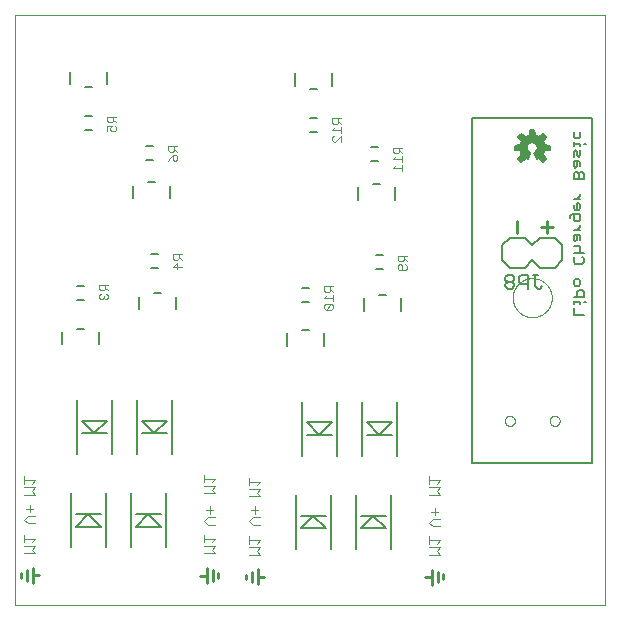
<source format=gbo>
G75*
%MOIN*%
%OFA0B0*%
%FSLAX25Y25*%
%IPPOS*%
%LPD*%
%AMOC8*
5,1,8,0,0,1.08239X$1,22.5*
%
%ADD10C,0.00004*%
%ADD11C,0.00300*%
%ADD12C,0.01000*%
%ADD13C,0.00800*%
%ADD14C,0.01100*%
%ADD15C,0.00600*%
%ADD16C,0.00000*%
%ADD17C,0.00500*%
%ADD18C,0.00591*%
D10*
X0001500Y0052494D02*
X0001500Y0249344D01*
X0198350Y0249344D01*
X0198350Y0052494D01*
X0001500Y0052494D01*
D11*
X0004650Y0069778D02*
X0008353Y0069778D01*
X0007119Y0071012D01*
X0008353Y0072247D01*
X0004650Y0072247D01*
X0004650Y0073461D02*
X0004650Y0075930D01*
X0004650Y0074695D02*
X0008353Y0074695D01*
X0007119Y0073461D01*
X0008353Y0079778D02*
X0005884Y0079778D01*
X0004650Y0081012D01*
X0005884Y0082247D01*
X0008353Y0082247D01*
X0006502Y0083461D02*
X0006502Y0085930D01*
X0007736Y0084695D02*
X0005267Y0084695D01*
X0004650Y0089278D02*
X0008353Y0089278D01*
X0007119Y0090512D01*
X0008353Y0091747D01*
X0004650Y0091747D01*
X0004650Y0092961D02*
X0004650Y0095430D01*
X0004650Y0094195D02*
X0008353Y0094195D01*
X0007119Y0092961D01*
X0030118Y0154463D02*
X0029635Y0154946D01*
X0029635Y0155914D01*
X0030118Y0156398D01*
X0030118Y0157409D02*
X0029635Y0157893D01*
X0029635Y0159344D01*
X0032537Y0159344D01*
X0031570Y0159344D02*
X0031570Y0157893D01*
X0031086Y0157409D01*
X0030118Y0157409D01*
X0031570Y0158377D02*
X0032537Y0157409D01*
X0032053Y0156398D02*
X0032537Y0155914D01*
X0032537Y0154946D01*
X0032053Y0154463D01*
X0031570Y0154463D01*
X0031086Y0154946D01*
X0031086Y0155430D01*
X0031086Y0154946D02*
X0030602Y0154463D01*
X0030118Y0154463D01*
X0054209Y0165146D02*
X0055660Y0166598D01*
X0055660Y0164663D01*
X0057111Y0165146D02*
X0054209Y0165146D01*
X0054692Y0167609D02*
X0055660Y0167609D01*
X0056144Y0168093D01*
X0056144Y0169544D01*
X0057111Y0169544D02*
X0054209Y0169544D01*
X0054209Y0168093D01*
X0054692Y0167609D01*
X0056144Y0168577D02*
X0057111Y0167609D01*
X0055127Y0200663D02*
X0054644Y0200663D01*
X0054160Y0201146D01*
X0054160Y0202598D01*
X0055127Y0202598D01*
X0055611Y0202114D01*
X0055611Y0201146D01*
X0055127Y0200663D01*
X0053192Y0201630D02*
X0054160Y0202598D01*
X0054160Y0203609D02*
X0053192Y0203609D01*
X0052709Y0204093D01*
X0052709Y0205544D01*
X0055611Y0205544D01*
X0054644Y0205544D02*
X0054644Y0204093D01*
X0054160Y0203609D01*
X0054644Y0204577D02*
X0055611Y0203609D01*
X0053192Y0201630D02*
X0052709Y0200663D01*
X0035289Y0210946D02*
X0034805Y0210463D01*
X0033838Y0210463D01*
X0033354Y0210946D01*
X0033354Y0211430D01*
X0033838Y0212398D01*
X0032387Y0212398D01*
X0032387Y0210463D01*
X0035289Y0210946D02*
X0035289Y0211914D01*
X0034805Y0212398D01*
X0035289Y0213409D02*
X0034321Y0214377D01*
X0034321Y0213893D02*
X0034321Y0215344D01*
X0035289Y0215344D02*
X0032387Y0215344D01*
X0032387Y0213893D01*
X0032870Y0213409D01*
X0033838Y0213409D01*
X0034321Y0213893D01*
X0104635Y0158844D02*
X0104635Y0157393D01*
X0105118Y0156909D01*
X0106086Y0156909D01*
X0106570Y0157393D01*
X0106570Y0158844D01*
X0107537Y0158844D02*
X0104635Y0158844D01*
X0106570Y0157877D02*
X0107537Y0156909D01*
X0107537Y0155898D02*
X0107537Y0153963D01*
X0107537Y0154930D02*
X0104635Y0154930D01*
X0105602Y0155898D01*
X0105118Y0152951D02*
X0104635Y0152467D01*
X0104635Y0151500D01*
X0105118Y0151016D01*
X0107053Y0152951D01*
X0107537Y0152467D01*
X0107537Y0151500D01*
X0107053Y0151016D01*
X0105118Y0151016D01*
X0105118Y0152951D02*
X0107053Y0152951D01*
X0129209Y0164646D02*
X0129692Y0164163D01*
X0131627Y0164163D01*
X0132111Y0164646D01*
X0132111Y0165614D01*
X0131627Y0166098D01*
X0130660Y0165614D02*
X0130660Y0164163D01*
X0130660Y0165614D02*
X0130176Y0166098D01*
X0129692Y0166098D01*
X0129209Y0165614D01*
X0129209Y0164646D01*
X0129692Y0167109D02*
X0130660Y0167109D01*
X0131144Y0167593D01*
X0131144Y0169044D01*
X0132111Y0169044D02*
X0129209Y0169044D01*
X0129209Y0167593D01*
X0129692Y0167109D01*
X0131144Y0168077D02*
X0132111Y0167109D01*
X0130611Y0197216D02*
X0130611Y0199151D01*
X0130611Y0198184D02*
X0127709Y0198184D01*
X0128676Y0199151D01*
X0130611Y0200163D02*
X0130611Y0202098D01*
X0130611Y0201130D02*
X0127709Y0201130D01*
X0128676Y0202098D01*
X0128192Y0203109D02*
X0127709Y0203593D01*
X0127709Y0205044D01*
X0130611Y0205044D01*
X0129644Y0205044D02*
X0129644Y0203593D01*
X0129160Y0203109D01*
X0128192Y0203109D01*
X0129644Y0204077D02*
X0130611Y0203109D01*
X0110289Y0207016D02*
X0110289Y0208951D01*
X0108354Y0207016D01*
X0107870Y0207016D01*
X0107387Y0207500D01*
X0107387Y0208467D01*
X0107870Y0208951D01*
X0107387Y0210930D02*
X0110289Y0210930D01*
X0110289Y0209963D02*
X0110289Y0211898D01*
X0110289Y0212909D02*
X0109321Y0213877D01*
X0109321Y0213393D02*
X0109321Y0214844D01*
X0110289Y0214844D02*
X0107387Y0214844D01*
X0107387Y0213393D01*
X0107870Y0212909D01*
X0108838Y0212909D01*
X0109321Y0213393D01*
X0108354Y0211898D02*
X0107387Y0210930D01*
X0139650Y0095430D02*
X0139650Y0092961D01*
X0139650Y0091747D02*
X0143353Y0091747D01*
X0142119Y0090512D01*
X0143353Y0089278D01*
X0139650Y0089278D01*
X0141502Y0084930D02*
X0141502Y0082461D01*
X0140884Y0081247D02*
X0139650Y0080012D01*
X0140884Y0078778D01*
X0143353Y0078778D01*
X0143353Y0081247D02*
X0140884Y0081247D01*
X0140267Y0083695D02*
X0142736Y0083695D01*
X0139650Y0075430D02*
X0139650Y0072961D01*
X0139650Y0071747D02*
X0143353Y0071747D01*
X0142119Y0070512D01*
X0143353Y0069278D01*
X0139650Y0069278D01*
X0142119Y0072961D02*
X0143353Y0074195D01*
X0139650Y0074195D01*
X0142119Y0092961D02*
X0143353Y0094195D01*
X0139650Y0094195D01*
X0083353Y0093695D02*
X0079650Y0093695D01*
X0079650Y0092461D02*
X0079650Y0094930D01*
X0079650Y0091247D02*
X0083353Y0091247D01*
X0082119Y0090012D01*
X0083353Y0088778D01*
X0079650Y0088778D01*
X0081502Y0085430D02*
X0081502Y0082961D01*
X0080884Y0081747D02*
X0079650Y0080512D01*
X0080884Y0079278D01*
X0083353Y0079278D01*
X0083353Y0081747D02*
X0080884Y0081747D01*
X0080267Y0084195D02*
X0082736Y0084195D01*
X0079650Y0075430D02*
X0079650Y0072961D01*
X0079650Y0071747D02*
X0083353Y0071747D01*
X0082119Y0070512D01*
X0083353Y0069278D01*
X0079650Y0069278D01*
X0082119Y0072961D02*
X0083353Y0074195D01*
X0079650Y0074195D01*
X0068353Y0074695D02*
X0064650Y0074695D01*
X0064650Y0073461D02*
X0064650Y0075930D01*
X0067119Y0073461D02*
X0068353Y0074695D01*
X0068353Y0072247D02*
X0064650Y0072247D01*
X0064650Y0069778D02*
X0068353Y0069778D01*
X0067119Y0071012D01*
X0068353Y0072247D01*
X0068353Y0079278D02*
X0065884Y0079278D01*
X0064650Y0080512D01*
X0065884Y0081747D01*
X0068353Y0081747D01*
X0066502Y0082961D02*
X0066502Y0085430D01*
X0067736Y0084195D02*
X0065267Y0084195D01*
X0064650Y0089778D02*
X0068353Y0089778D01*
X0067119Y0091012D01*
X0068353Y0092247D01*
X0064650Y0092247D01*
X0064650Y0093461D02*
X0064650Y0095930D01*
X0064650Y0094695D02*
X0068353Y0094695D01*
X0067119Y0093461D01*
X0082119Y0092461D02*
X0083353Y0093695D01*
D12*
X0082500Y0064494D02*
X0082500Y0059494D01*
X0080500Y0060194D02*
X0080500Y0063694D01*
X0078700Y0062694D02*
X0078700Y0061094D01*
X0082600Y0061994D02*
X0084700Y0061994D01*
X0069300Y0061694D02*
X0069300Y0063294D01*
X0067500Y0064194D02*
X0067500Y0060694D01*
X0065500Y0059894D02*
X0065500Y0064894D01*
X0065400Y0062394D02*
X0063300Y0062394D01*
X0009700Y0062494D02*
X0007600Y0062494D01*
X0007500Y0059994D02*
X0007500Y0064994D01*
X0005500Y0064194D02*
X0005500Y0060694D01*
X0003700Y0061594D02*
X0003700Y0063194D01*
X0138300Y0061894D02*
X0140400Y0061894D01*
X0140500Y0064394D02*
X0140500Y0059394D01*
X0142500Y0060194D02*
X0142500Y0063694D01*
X0144300Y0062794D02*
X0144300Y0061194D01*
D13*
X0154000Y0099994D02*
X0194000Y0099994D01*
X0194000Y0214994D01*
X0154000Y0214994D01*
X0154000Y0099994D01*
X0166500Y0164994D02*
X0164000Y0167494D01*
X0164000Y0172494D01*
X0166500Y0174994D01*
X0171500Y0174994D01*
X0174000Y0172494D01*
X0176500Y0174994D01*
X0181500Y0174994D01*
X0184000Y0172494D01*
X0184000Y0167494D01*
X0181500Y0164994D01*
X0176500Y0164994D01*
X0174000Y0167494D01*
X0171500Y0164994D01*
X0166500Y0164994D01*
D14*
X0169003Y0176599D02*
X0169003Y0180535D01*
X0177034Y0178567D02*
X0180971Y0178567D01*
X0179003Y0176599D02*
X0179003Y0180535D01*
D15*
X0186666Y0181622D02*
X0186666Y0182189D01*
X0187233Y0182756D01*
X0190069Y0182756D01*
X0190069Y0181054D01*
X0189501Y0180487D01*
X0188367Y0180487D01*
X0187800Y0181054D01*
X0187800Y0182756D01*
X0188367Y0184170D02*
X0187800Y0184738D01*
X0187800Y0185872D01*
X0188934Y0186439D02*
X0188934Y0184170D01*
X0188367Y0184170D02*
X0189501Y0184170D01*
X0190069Y0184738D01*
X0190069Y0185872D01*
X0189501Y0186439D01*
X0188934Y0186439D01*
X0188934Y0187854D02*
X0190069Y0188988D01*
X0190069Y0189555D01*
X0190069Y0187854D02*
X0187800Y0187854D01*
X0187800Y0194606D02*
X0187800Y0196307D01*
X0188367Y0196875D01*
X0188934Y0196875D01*
X0189501Y0196307D01*
X0189501Y0194606D01*
X0187800Y0194606D02*
X0191203Y0194606D01*
X0191203Y0196307D01*
X0190636Y0196875D01*
X0190069Y0196875D01*
X0189501Y0196307D01*
X0188367Y0198289D02*
X0187800Y0198856D01*
X0187800Y0200558D01*
X0189501Y0200558D01*
X0190069Y0199991D01*
X0190069Y0198856D01*
X0188934Y0198856D02*
X0188934Y0200558D01*
X0189501Y0201972D02*
X0190069Y0202539D01*
X0190069Y0204241D01*
X0188934Y0203674D02*
X0188934Y0202539D01*
X0189501Y0201972D01*
X0187800Y0201972D02*
X0187800Y0203674D01*
X0188367Y0204241D01*
X0188934Y0203674D01*
X0187800Y0205655D02*
X0187800Y0206790D01*
X0187800Y0206223D02*
X0190069Y0206223D01*
X0190069Y0205655D01*
X0191203Y0206223D02*
X0191770Y0206223D01*
X0189501Y0208111D02*
X0188367Y0208111D01*
X0187800Y0208678D01*
X0187800Y0210379D01*
X0190069Y0208678D02*
X0189501Y0208111D01*
X0190069Y0208678D02*
X0190069Y0210379D01*
X0188934Y0198856D02*
X0188367Y0198289D01*
X0190069Y0179119D02*
X0190069Y0178552D01*
X0188934Y0177418D01*
X0187800Y0177418D02*
X0190069Y0177418D01*
X0189501Y0176003D02*
X0187800Y0176003D01*
X0187800Y0174302D01*
X0188367Y0173735D01*
X0188934Y0174302D01*
X0188934Y0176003D01*
X0189501Y0176003D02*
X0190069Y0175436D01*
X0190069Y0174302D01*
X0189501Y0172320D02*
X0190069Y0171753D01*
X0190069Y0170619D01*
X0189501Y0170052D01*
X0187800Y0170052D02*
X0191203Y0170052D01*
X0190636Y0168637D02*
X0191203Y0168070D01*
X0191203Y0166936D01*
X0190636Y0166369D01*
X0188367Y0166369D01*
X0187800Y0166936D01*
X0187800Y0168070D01*
X0188367Y0168637D01*
X0187800Y0172320D02*
X0189501Y0172320D01*
X0189501Y0161271D02*
X0190069Y0160704D01*
X0190069Y0159569D01*
X0189501Y0159002D01*
X0188367Y0159002D01*
X0187800Y0159569D01*
X0187800Y0160704D01*
X0188367Y0161271D01*
X0189501Y0161271D01*
X0189501Y0157588D02*
X0188934Y0157021D01*
X0188934Y0155319D01*
X0187800Y0155319D02*
X0191203Y0155319D01*
X0191203Y0157021D01*
X0190636Y0157588D01*
X0189501Y0157588D01*
X0187800Y0153998D02*
X0187800Y0152864D01*
X0187800Y0153431D02*
X0190069Y0153431D01*
X0190069Y0152864D01*
X0191203Y0153431D02*
X0191770Y0153431D01*
X0191203Y0149181D02*
X0187800Y0149181D01*
X0187800Y0151449D01*
X0130191Y0150705D02*
X0130191Y0154874D01*
X0125163Y0155905D02*
X0122782Y0155905D01*
X0117809Y0154874D02*
X0117809Y0150705D01*
X0121819Y0164443D02*
X0124181Y0164443D01*
X0124181Y0169167D02*
X0121819Y0169167D01*
X0115809Y0187705D02*
X0115809Y0191874D01*
X0120782Y0192905D02*
X0123163Y0192905D01*
X0128191Y0191874D02*
X0128191Y0187705D01*
X0122681Y0200443D02*
X0120319Y0200443D01*
X0120319Y0205167D02*
X0122681Y0205167D01*
X0107191Y0225615D02*
X0107191Y0229783D01*
X0102218Y0224583D02*
X0099837Y0224583D01*
X0094809Y0225615D02*
X0094809Y0229783D01*
X0099819Y0215045D02*
X0102181Y0215045D01*
X0102181Y0210321D02*
X0099819Y0210321D01*
X0099681Y0158293D02*
X0097319Y0158293D01*
X0097319Y0153569D02*
X0099681Y0153569D01*
X0099663Y0144220D02*
X0097282Y0144220D01*
X0092309Y0143189D02*
X0092309Y0139020D01*
X0104691Y0139020D02*
X0104691Y0143189D01*
X0108748Y0120301D02*
X0108748Y0102309D01*
X0107176Y0109337D02*
X0103000Y0109337D01*
X0107176Y0113513D01*
X0098824Y0113513D01*
X0103000Y0109337D01*
X0098824Y0109337D01*
X0097252Y0102309D02*
X0097252Y0120301D01*
X0117252Y0120301D02*
X0117252Y0102309D01*
X0118824Y0109337D02*
X0123000Y0109337D01*
X0127176Y0113513D01*
X0118824Y0113513D01*
X0123000Y0109337D01*
X0127176Y0109337D01*
X0128748Y0102309D02*
X0128748Y0120301D01*
X0126748Y0089364D02*
X0126748Y0071372D01*
X0125176Y0078161D02*
X0116824Y0078161D01*
X0121000Y0082337D01*
X0125176Y0078161D01*
X0125176Y0082337D02*
X0121000Y0082337D01*
X0116824Y0082337D01*
X0115252Y0089364D02*
X0115252Y0071372D01*
X0106748Y0071372D02*
X0106748Y0089364D01*
X0105176Y0082337D02*
X0101000Y0082337D01*
X0096824Y0078161D01*
X0105176Y0078161D01*
X0101000Y0082337D01*
X0096824Y0082337D01*
X0095252Y0089364D02*
X0095252Y0071372D01*
X0053748Y0102809D02*
X0053748Y0120801D01*
X0052176Y0114013D02*
X0043824Y0114013D01*
X0048000Y0109837D01*
X0052176Y0114013D01*
X0052176Y0109837D02*
X0048000Y0109837D01*
X0043824Y0109837D01*
X0042252Y0102809D02*
X0042252Y0120801D01*
X0033748Y0120801D02*
X0033748Y0102809D01*
X0032176Y0109837D02*
X0028000Y0109837D01*
X0032176Y0114013D01*
X0023824Y0114013D01*
X0028000Y0109837D01*
X0023824Y0109837D01*
X0022252Y0102809D02*
X0022252Y0120801D01*
X0017309Y0139520D02*
X0017309Y0143689D01*
X0022282Y0144720D02*
X0024663Y0144720D01*
X0029691Y0143689D02*
X0029691Y0139520D01*
X0024681Y0154069D02*
X0022319Y0154069D01*
X0022319Y0158793D02*
X0024681Y0158793D01*
X0042809Y0155374D02*
X0042809Y0151205D01*
X0047782Y0156405D02*
X0050163Y0156405D01*
X0055191Y0155374D02*
X0055191Y0151205D01*
X0049181Y0164943D02*
X0046819Y0164943D01*
X0046819Y0169667D02*
X0049181Y0169667D01*
X0053191Y0188205D02*
X0053191Y0192374D01*
X0048163Y0193405D02*
X0045782Y0193405D01*
X0040809Y0192374D02*
X0040809Y0188205D01*
X0045319Y0200943D02*
X0047681Y0200943D01*
X0047681Y0205667D02*
X0045319Y0205667D01*
X0032191Y0226115D02*
X0032191Y0230283D01*
X0027218Y0225083D02*
X0024837Y0225083D01*
X0019809Y0226115D02*
X0019809Y0230283D01*
X0024819Y0215545D02*
X0027181Y0215545D01*
X0027181Y0210821D02*
X0024819Y0210821D01*
X0020252Y0089864D02*
X0020252Y0071872D01*
X0021824Y0078661D02*
X0030176Y0078661D01*
X0026000Y0082837D01*
X0021824Y0078661D01*
X0021824Y0082837D02*
X0026000Y0082837D01*
X0030176Y0082837D01*
X0031748Y0089864D02*
X0031748Y0071872D01*
X0040252Y0071872D02*
X0040252Y0089864D01*
X0041824Y0082837D02*
X0046000Y0082837D01*
X0041824Y0078661D01*
X0050176Y0078661D01*
X0046000Y0082837D01*
X0050176Y0082837D01*
X0051748Y0089864D02*
X0051748Y0071872D01*
D16*
X0164847Y0113936D02*
X0164849Y0114017D01*
X0164855Y0114099D01*
X0164865Y0114180D01*
X0164879Y0114260D01*
X0164896Y0114339D01*
X0164918Y0114418D01*
X0164943Y0114495D01*
X0164972Y0114572D01*
X0165005Y0114646D01*
X0165042Y0114719D01*
X0165081Y0114790D01*
X0165125Y0114859D01*
X0165171Y0114926D01*
X0165221Y0114990D01*
X0165274Y0115052D01*
X0165330Y0115112D01*
X0165388Y0115168D01*
X0165450Y0115222D01*
X0165514Y0115273D01*
X0165580Y0115320D01*
X0165648Y0115364D01*
X0165719Y0115405D01*
X0165791Y0115442D01*
X0165866Y0115476D01*
X0165941Y0115506D01*
X0166019Y0115532D01*
X0166097Y0115555D01*
X0166176Y0115573D01*
X0166256Y0115588D01*
X0166337Y0115599D01*
X0166418Y0115606D01*
X0166500Y0115609D01*
X0166581Y0115608D01*
X0166662Y0115603D01*
X0166743Y0115594D01*
X0166824Y0115581D01*
X0166904Y0115564D01*
X0166982Y0115544D01*
X0167060Y0115519D01*
X0167137Y0115491D01*
X0167212Y0115459D01*
X0167285Y0115424D01*
X0167356Y0115385D01*
X0167426Y0115342D01*
X0167493Y0115297D01*
X0167559Y0115248D01*
X0167621Y0115196D01*
X0167681Y0115140D01*
X0167738Y0115082D01*
X0167793Y0115022D01*
X0167844Y0114958D01*
X0167892Y0114893D01*
X0167937Y0114825D01*
X0167979Y0114755D01*
X0168017Y0114683D01*
X0168052Y0114609D01*
X0168083Y0114534D01*
X0168110Y0114457D01*
X0168133Y0114379D01*
X0168153Y0114300D01*
X0168169Y0114220D01*
X0168181Y0114139D01*
X0168189Y0114058D01*
X0168193Y0113977D01*
X0168193Y0113895D01*
X0168189Y0113814D01*
X0168181Y0113733D01*
X0168169Y0113652D01*
X0168153Y0113572D01*
X0168133Y0113493D01*
X0168110Y0113415D01*
X0168083Y0113338D01*
X0168052Y0113263D01*
X0168017Y0113189D01*
X0167979Y0113117D01*
X0167937Y0113047D01*
X0167892Y0112979D01*
X0167844Y0112914D01*
X0167793Y0112850D01*
X0167738Y0112790D01*
X0167681Y0112732D01*
X0167621Y0112676D01*
X0167559Y0112624D01*
X0167493Y0112575D01*
X0167426Y0112530D01*
X0167357Y0112487D01*
X0167285Y0112448D01*
X0167212Y0112413D01*
X0167137Y0112381D01*
X0167060Y0112353D01*
X0166982Y0112328D01*
X0166904Y0112308D01*
X0166824Y0112291D01*
X0166743Y0112278D01*
X0166662Y0112269D01*
X0166581Y0112264D01*
X0166500Y0112263D01*
X0166418Y0112266D01*
X0166337Y0112273D01*
X0166256Y0112284D01*
X0166176Y0112299D01*
X0166097Y0112317D01*
X0166019Y0112340D01*
X0165941Y0112366D01*
X0165866Y0112396D01*
X0165791Y0112430D01*
X0165719Y0112467D01*
X0165648Y0112508D01*
X0165580Y0112552D01*
X0165514Y0112599D01*
X0165450Y0112650D01*
X0165388Y0112704D01*
X0165330Y0112760D01*
X0165274Y0112820D01*
X0165221Y0112882D01*
X0165171Y0112946D01*
X0165125Y0113013D01*
X0165081Y0113082D01*
X0165042Y0113153D01*
X0165005Y0113226D01*
X0164972Y0113300D01*
X0164943Y0113377D01*
X0164918Y0113454D01*
X0164896Y0113533D01*
X0164879Y0113612D01*
X0164865Y0113692D01*
X0164855Y0113773D01*
X0164849Y0113855D01*
X0164847Y0113936D01*
X0179807Y0113936D02*
X0179809Y0114017D01*
X0179815Y0114099D01*
X0179825Y0114180D01*
X0179839Y0114260D01*
X0179856Y0114339D01*
X0179878Y0114418D01*
X0179903Y0114495D01*
X0179932Y0114572D01*
X0179965Y0114646D01*
X0180002Y0114719D01*
X0180041Y0114790D01*
X0180085Y0114859D01*
X0180131Y0114926D01*
X0180181Y0114990D01*
X0180234Y0115052D01*
X0180290Y0115112D01*
X0180348Y0115168D01*
X0180410Y0115222D01*
X0180474Y0115273D01*
X0180540Y0115320D01*
X0180608Y0115364D01*
X0180679Y0115405D01*
X0180751Y0115442D01*
X0180826Y0115476D01*
X0180901Y0115506D01*
X0180979Y0115532D01*
X0181057Y0115555D01*
X0181136Y0115573D01*
X0181216Y0115588D01*
X0181297Y0115599D01*
X0181378Y0115606D01*
X0181460Y0115609D01*
X0181541Y0115608D01*
X0181622Y0115603D01*
X0181703Y0115594D01*
X0181784Y0115581D01*
X0181864Y0115564D01*
X0181942Y0115544D01*
X0182020Y0115519D01*
X0182097Y0115491D01*
X0182172Y0115459D01*
X0182245Y0115424D01*
X0182316Y0115385D01*
X0182386Y0115342D01*
X0182453Y0115297D01*
X0182519Y0115248D01*
X0182581Y0115196D01*
X0182641Y0115140D01*
X0182698Y0115082D01*
X0182753Y0115022D01*
X0182804Y0114958D01*
X0182852Y0114893D01*
X0182897Y0114825D01*
X0182939Y0114755D01*
X0182977Y0114683D01*
X0183012Y0114609D01*
X0183043Y0114534D01*
X0183070Y0114457D01*
X0183093Y0114379D01*
X0183113Y0114300D01*
X0183129Y0114220D01*
X0183141Y0114139D01*
X0183149Y0114058D01*
X0183153Y0113977D01*
X0183153Y0113895D01*
X0183149Y0113814D01*
X0183141Y0113733D01*
X0183129Y0113652D01*
X0183113Y0113572D01*
X0183093Y0113493D01*
X0183070Y0113415D01*
X0183043Y0113338D01*
X0183012Y0113263D01*
X0182977Y0113189D01*
X0182939Y0113117D01*
X0182897Y0113047D01*
X0182852Y0112979D01*
X0182804Y0112914D01*
X0182753Y0112850D01*
X0182698Y0112790D01*
X0182641Y0112732D01*
X0182581Y0112676D01*
X0182519Y0112624D01*
X0182453Y0112575D01*
X0182386Y0112530D01*
X0182317Y0112487D01*
X0182245Y0112448D01*
X0182172Y0112413D01*
X0182097Y0112381D01*
X0182020Y0112353D01*
X0181942Y0112328D01*
X0181864Y0112308D01*
X0181784Y0112291D01*
X0181703Y0112278D01*
X0181622Y0112269D01*
X0181541Y0112264D01*
X0181460Y0112263D01*
X0181378Y0112266D01*
X0181297Y0112273D01*
X0181216Y0112284D01*
X0181136Y0112299D01*
X0181057Y0112317D01*
X0180979Y0112340D01*
X0180901Y0112366D01*
X0180826Y0112396D01*
X0180751Y0112430D01*
X0180679Y0112467D01*
X0180608Y0112508D01*
X0180540Y0112552D01*
X0180474Y0112599D01*
X0180410Y0112650D01*
X0180348Y0112704D01*
X0180290Y0112760D01*
X0180234Y0112820D01*
X0180181Y0112882D01*
X0180131Y0112946D01*
X0180085Y0113013D01*
X0180041Y0113082D01*
X0180002Y0113153D01*
X0179965Y0113226D01*
X0179932Y0113300D01*
X0179903Y0113377D01*
X0179878Y0113454D01*
X0179856Y0113533D01*
X0179839Y0113612D01*
X0179825Y0113692D01*
X0179815Y0113773D01*
X0179809Y0113855D01*
X0179807Y0113936D01*
X0167500Y0154994D02*
X0167502Y0155155D01*
X0167508Y0155315D01*
X0167518Y0155476D01*
X0167532Y0155636D01*
X0167550Y0155796D01*
X0167571Y0155955D01*
X0167597Y0156114D01*
X0167627Y0156272D01*
X0167660Y0156429D01*
X0167698Y0156586D01*
X0167739Y0156741D01*
X0167784Y0156895D01*
X0167833Y0157048D01*
X0167886Y0157200D01*
X0167942Y0157351D01*
X0168003Y0157500D01*
X0168066Y0157648D01*
X0168134Y0157794D01*
X0168205Y0157938D01*
X0168279Y0158080D01*
X0168357Y0158221D01*
X0168439Y0158359D01*
X0168524Y0158496D01*
X0168612Y0158630D01*
X0168704Y0158762D01*
X0168799Y0158892D01*
X0168897Y0159020D01*
X0168998Y0159145D01*
X0169102Y0159267D01*
X0169209Y0159387D01*
X0169319Y0159504D01*
X0169432Y0159619D01*
X0169548Y0159730D01*
X0169667Y0159839D01*
X0169788Y0159944D01*
X0169912Y0160047D01*
X0170038Y0160147D01*
X0170166Y0160243D01*
X0170297Y0160336D01*
X0170431Y0160426D01*
X0170566Y0160513D01*
X0170704Y0160596D01*
X0170843Y0160676D01*
X0170985Y0160752D01*
X0171128Y0160825D01*
X0171273Y0160894D01*
X0171420Y0160960D01*
X0171568Y0161022D01*
X0171718Y0161080D01*
X0171869Y0161135D01*
X0172022Y0161186D01*
X0172176Y0161233D01*
X0172331Y0161276D01*
X0172487Y0161315D01*
X0172643Y0161351D01*
X0172801Y0161382D01*
X0172959Y0161410D01*
X0173118Y0161434D01*
X0173278Y0161454D01*
X0173438Y0161470D01*
X0173598Y0161482D01*
X0173759Y0161490D01*
X0173920Y0161494D01*
X0174080Y0161494D01*
X0174241Y0161490D01*
X0174402Y0161482D01*
X0174562Y0161470D01*
X0174722Y0161454D01*
X0174882Y0161434D01*
X0175041Y0161410D01*
X0175199Y0161382D01*
X0175357Y0161351D01*
X0175513Y0161315D01*
X0175669Y0161276D01*
X0175824Y0161233D01*
X0175978Y0161186D01*
X0176131Y0161135D01*
X0176282Y0161080D01*
X0176432Y0161022D01*
X0176580Y0160960D01*
X0176727Y0160894D01*
X0176872Y0160825D01*
X0177015Y0160752D01*
X0177157Y0160676D01*
X0177296Y0160596D01*
X0177434Y0160513D01*
X0177569Y0160426D01*
X0177703Y0160336D01*
X0177834Y0160243D01*
X0177962Y0160147D01*
X0178088Y0160047D01*
X0178212Y0159944D01*
X0178333Y0159839D01*
X0178452Y0159730D01*
X0178568Y0159619D01*
X0178681Y0159504D01*
X0178791Y0159387D01*
X0178898Y0159267D01*
X0179002Y0159145D01*
X0179103Y0159020D01*
X0179201Y0158892D01*
X0179296Y0158762D01*
X0179388Y0158630D01*
X0179476Y0158496D01*
X0179561Y0158359D01*
X0179643Y0158221D01*
X0179721Y0158080D01*
X0179795Y0157938D01*
X0179866Y0157794D01*
X0179934Y0157648D01*
X0179997Y0157500D01*
X0180058Y0157351D01*
X0180114Y0157200D01*
X0180167Y0157048D01*
X0180216Y0156895D01*
X0180261Y0156741D01*
X0180302Y0156586D01*
X0180340Y0156429D01*
X0180373Y0156272D01*
X0180403Y0156114D01*
X0180429Y0155955D01*
X0180450Y0155796D01*
X0180468Y0155636D01*
X0180482Y0155476D01*
X0180492Y0155315D01*
X0180498Y0155155D01*
X0180500Y0154994D01*
X0180498Y0154833D01*
X0180492Y0154673D01*
X0180482Y0154512D01*
X0180468Y0154352D01*
X0180450Y0154192D01*
X0180429Y0154033D01*
X0180403Y0153874D01*
X0180373Y0153716D01*
X0180340Y0153559D01*
X0180302Y0153402D01*
X0180261Y0153247D01*
X0180216Y0153093D01*
X0180167Y0152940D01*
X0180114Y0152788D01*
X0180058Y0152637D01*
X0179997Y0152488D01*
X0179934Y0152340D01*
X0179866Y0152194D01*
X0179795Y0152050D01*
X0179721Y0151908D01*
X0179643Y0151767D01*
X0179561Y0151629D01*
X0179476Y0151492D01*
X0179388Y0151358D01*
X0179296Y0151226D01*
X0179201Y0151096D01*
X0179103Y0150968D01*
X0179002Y0150843D01*
X0178898Y0150721D01*
X0178791Y0150601D01*
X0178681Y0150484D01*
X0178568Y0150369D01*
X0178452Y0150258D01*
X0178333Y0150149D01*
X0178212Y0150044D01*
X0178088Y0149941D01*
X0177962Y0149841D01*
X0177834Y0149745D01*
X0177703Y0149652D01*
X0177569Y0149562D01*
X0177434Y0149475D01*
X0177296Y0149392D01*
X0177157Y0149312D01*
X0177015Y0149236D01*
X0176872Y0149163D01*
X0176727Y0149094D01*
X0176580Y0149028D01*
X0176432Y0148966D01*
X0176282Y0148908D01*
X0176131Y0148853D01*
X0175978Y0148802D01*
X0175824Y0148755D01*
X0175669Y0148712D01*
X0175513Y0148673D01*
X0175357Y0148637D01*
X0175199Y0148606D01*
X0175041Y0148578D01*
X0174882Y0148554D01*
X0174722Y0148534D01*
X0174562Y0148518D01*
X0174402Y0148506D01*
X0174241Y0148498D01*
X0174080Y0148494D01*
X0173920Y0148494D01*
X0173759Y0148498D01*
X0173598Y0148506D01*
X0173438Y0148518D01*
X0173278Y0148534D01*
X0173118Y0148554D01*
X0172959Y0148578D01*
X0172801Y0148606D01*
X0172643Y0148637D01*
X0172487Y0148673D01*
X0172331Y0148712D01*
X0172176Y0148755D01*
X0172022Y0148802D01*
X0171869Y0148853D01*
X0171718Y0148908D01*
X0171568Y0148966D01*
X0171420Y0149028D01*
X0171273Y0149094D01*
X0171128Y0149163D01*
X0170985Y0149236D01*
X0170843Y0149312D01*
X0170704Y0149392D01*
X0170566Y0149475D01*
X0170431Y0149562D01*
X0170297Y0149652D01*
X0170166Y0149745D01*
X0170038Y0149841D01*
X0169912Y0149941D01*
X0169788Y0150044D01*
X0169667Y0150149D01*
X0169548Y0150258D01*
X0169432Y0150369D01*
X0169319Y0150484D01*
X0169209Y0150601D01*
X0169102Y0150721D01*
X0168998Y0150843D01*
X0168897Y0150968D01*
X0168799Y0151096D01*
X0168704Y0151226D01*
X0168612Y0151358D01*
X0168524Y0151492D01*
X0168439Y0151629D01*
X0168357Y0151767D01*
X0168279Y0151908D01*
X0168205Y0152050D01*
X0168134Y0152194D01*
X0168066Y0152340D01*
X0168003Y0152488D01*
X0167942Y0152637D01*
X0167886Y0152788D01*
X0167833Y0152940D01*
X0167784Y0153093D01*
X0167739Y0153247D01*
X0167698Y0153402D01*
X0167660Y0153559D01*
X0167627Y0153716D01*
X0167597Y0153874D01*
X0167571Y0154033D01*
X0167550Y0154192D01*
X0167532Y0154352D01*
X0167518Y0154512D01*
X0167508Y0154673D01*
X0167502Y0154833D01*
X0167500Y0154994D01*
D17*
X0167303Y0158044D02*
X0165802Y0158044D01*
X0165051Y0158795D01*
X0165051Y0159545D01*
X0165802Y0160296D01*
X0167303Y0160296D01*
X0168054Y0161047D01*
X0168054Y0161797D01*
X0167303Y0162548D01*
X0165802Y0162548D01*
X0165051Y0161797D01*
X0165051Y0161047D01*
X0165802Y0160296D01*
X0167303Y0160296D02*
X0168054Y0159545D01*
X0168054Y0158795D01*
X0167303Y0158044D01*
X0169655Y0160296D02*
X0170406Y0159545D01*
X0172658Y0159545D01*
X0172658Y0158044D02*
X0172658Y0162548D01*
X0170406Y0162548D01*
X0169655Y0161797D01*
X0169655Y0160296D01*
X0174259Y0162548D02*
X0175761Y0162548D01*
X0175010Y0162548D02*
X0175010Y0158795D01*
X0175761Y0158044D01*
X0176511Y0158044D01*
X0177262Y0158795D01*
D18*
X0177636Y0200341D02*
X0176152Y0201551D01*
X0175554Y0201243D01*
X0174706Y0203289D01*
X0175085Y0203501D01*
X0175403Y0203795D01*
X0175645Y0204156D01*
X0175795Y0204563D01*
X0175846Y0204994D01*
X0175793Y0205433D01*
X0175637Y0205846D01*
X0175388Y0206211D01*
X0175059Y0206505D01*
X0174669Y0206714D01*
X0174241Y0206823D01*
X0173799Y0206828D01*
X0173369Y0206728D01*
X0172975Y0206528D01*
X0172640Y0206240D01*
X0172382Y0205881D01*
X0172218Y0205471D01*
X0172155Y0205034D01*
X0172199Y0204595D01*
X0172345Y0204178D01*
X0172586Y0203808D01*
X0172909Y0203506D01*
X0173294Y0203289D01*
X0172446Y0201243D01*
X0171848Y0201551D01*
X0170364Y0200341D01*
X0169346Y0201358D01*
X0170557Y0202843D01*
X0170249Y0203440D01*
X0170044Y0204081D01*
X0168139Y0204274D01*
X0168139Y0205714D01*
X0170044Y0205907D01*
X0170249Y0206548D01*
X0170557Y0207146D01*
X0169346Y0208630D01*
X0170364Y0209648D01*
X0171848Y0208437D01*
X0172446Y0208745D01*
X0173087Y0208950D01*
X0173280Y0210856D01*
X0174720Y0210856D01*
X0174913Y0208950D01*
X0175554Y0208745D01*
X0176152Y0208437D01*
X0177636Y0209648D01*
X0178654Y0208630D01*
X0177443Y0207146D01*
X0177751Y0206548D01*
X0177956Y0205907D01*
X0179861Y0205714D01*
X0179861Y0204274D01*
X0177956Y0204081D01*
X0177751Y0203440D01*
X0177443Y0202843D01*
X0178654Y0201358D01*
X0177636Y0200341D01*
X0177644Y0200349D02*
X0177626Y0200349D01*
X0178233Y0200938D02*
X0176903Y0200938D01*
X0176181Y0201527D02*
X0178516Y0201527D01*
X0178036Y0202116D02*
X0175192Y0202116D01*
X0174948Y0202705D02*
X0177555Y0202705D01*
X0177676Y0203294D02*
X0174715Y0203294D01*
X0175462Y0203883D02*
X0177893Y0203883D01*
X0179861Y0204472D02*
X0175761Y0204472D01*
X0175838Y0205061D02*
X0179861Y0205061D01*
X0179861Y0205650D02*
X0175711Y0205650D01*
X0175355Y0206239D02*
X0177850Y0206239D01*
X0177607Y0206828D02*
X0170393Y0206828D01*
X0170335Y0207418D02*
X0177665Y0207418D01*
X0178145Y0208007D02*
X0169855Y0208007D01*
X0169374Y0208596D02*
X0171654Y0208596D01*
X0172156Y0208596D02*
X0175844Y0208596D01*
X0176346Y0208596D02*
X0178626Y0208596D01*
X0178099Y0209185D02*
X0177068Y0209185D01*
X0174890Y0209185D02*
X0173110Y0209185D01*
X0173170Y0209774D02*
X0174830Y0209774D01*
X0174770Y0210363D02*
X0173230Y0210363D01*
X0170932Y0209185D02*
X0169901Y0209185D01*
X0170150Y0206239D02*
X0172639Y0206239D01*
X0172290Y0205650D02*
X0168139Y0205650D01*
X0168139Y0205061D02*
X0172159Y0205061D01*
X0172242Y0204472D02*
X0168139Y0204472D01*
X0170107Y0203883D02*
X0172537Y0203883D01*
X0173285Y0203294D02*
X0170324Y0203294D01*
X0170445Y0202705D02*
X0173052Y0202705D01*
X0172808Y0202116D02*
X0169964Y0202116D01*
X0169484Y0201527D02*
X0171819Y0201527D01*
X0171895Y0201527D02*
X0172564Y0201527D01*
X0171097Y0200938D02*
X0169767Y0200938D01*
X0170356Y0200349D02*
X0170374Y0200349D01*
X0175436Y0201527D02*
X0176105Y0201527D01*
M02*

</source>
